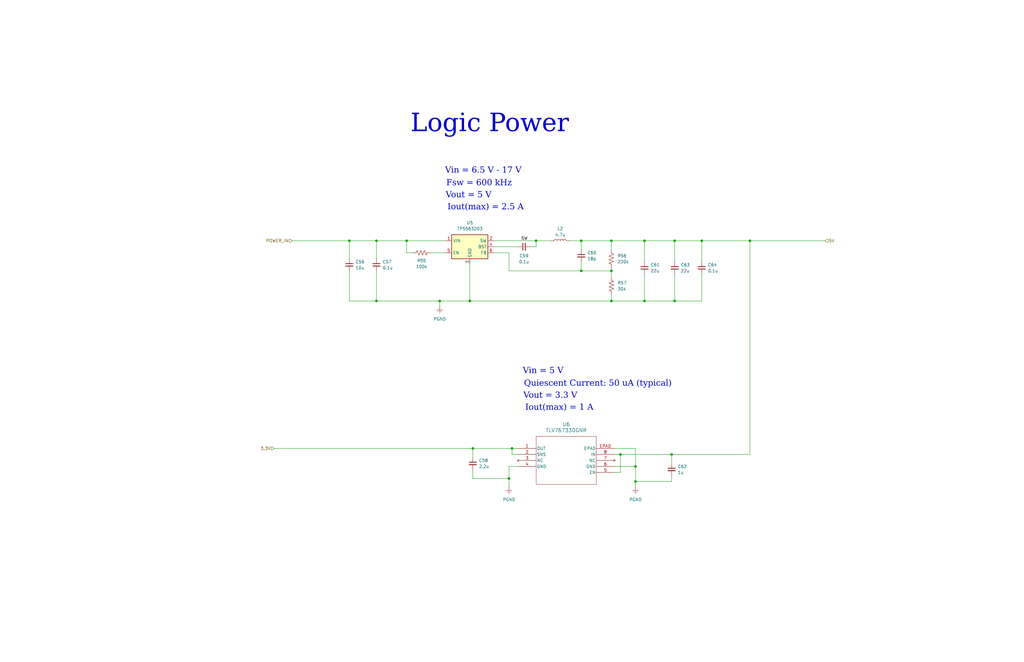
<source format=kicad_sch>
(kicad_sch (version 20231120) (generator "eeschema") (generator_version "8.0")
  (paper "B")
  (title_block (title "SCAN") (date "2025-01-30") (rev "v1.1") (company "Senior Design Group 35"))
  (lib_symbols
    (symbol "Device:C_Small" (pin_numbers hide) (pin_names (offset 0.254) hide)
      (property "Reference" "C" (at 0.254 1.778 0))
      (property "Value" "C_Small" (at 0.254 -2.032 0))
      (symbol "C_Small_0_1"
        (polyline (pts (xy -1.524 -0.508) (xy 1.524 -0.508)) (stroke (width 0.3302)))
        (polyline (pts (xy -1.524 0.508) (xy 1.524 0.508)) (stroke (width 0.3048)))
      )
      (symbol "C_Small_1_1"
        (pin passive line (at 0 2.54 270) (length 2.032) (name "~") (number "1"))
        (pin passive line (at 0 -2.54 90) (length 2.032) (name "~") (number "2"))
      )
    )
    (symbol "Device:L" (pin_numbers hide) (pin_names (offset 1.016) hide)
      (property "Reference" "L" (at -1.27 0 90))
      (property "Value" "L" (at 1.905 0 90))
      (symbol "L_0_1"
        (arc (start 0 -2.54) (mid 0.6323 -1.905) (end 0 -1.27))
        (arc (start 0 -1.27) (mid 0.6323 -0.635) (end 0 0))
        (arc (start 0 0) (mid 0.6323 0.635) (end 0 1.27))
        (arc (start 0 1.27) (mid 0.6323 1.905) (end 0 2.54))
      )
      (symbol "L_1_1"
        (pin passive line (at 0 3.81 270) (length 1.27) (name "1") (number "1"))
        (pin passive line (at 0 -3.81 90) (length 1.27) (name "2") (number "2"))
      )
    )
    (symbol "Device:R_US" (pin_numbers hide) (pin_names (offset 0))
      (property "Reference" "R" (at 2.54 0 90))
      (property "Value" "R_US" (at -2.54 0 90))
      (symbol "R_US_0_1"
        (polyline (pts (xy 0 -2.286) (xy 0 -2.54)))
        (polyline (pts (xy 0 2.286) (xy 0 2.54)))
        (polyline (pts (xy 0 -0.762) (xy 1.016 -1.143) (xy 0 -1.524) (xy -1.016 -1.905) (xy 0 -2.286)))
        (polyline (pts (xy 0 0.762) (xy 1.016 0.381) (xy 0 0) (xy -1.016 -0.381) (xy 0 -0.762)))
        (polyline (pts (xy 0 2.286) (xy 1.016 1.905) (xy 0 1.524) (xy -1.016 1.143) (xy 0 0.762)))
      )
      (symbol "R_US_1_1"
        (pin passive line (at 0 3.81 270) (length 1.27) (name "~") (number "1"))
        (pin passive line (at 0 -3.81 90) (length 1.27) (name "~") (number "2"))
      )
    )
    (symbol "Regulator_Switching:TPS563203"
      (property "Reference" "U" (at -7.62 6.35 0))
      (property "Value" "TPS563203" (at -2.54 6.35 0))
      (symbol "TPS563203_0_1"
        (rectangle (start -7.62 5.08) (end 7.62 -5.08) (stroke (width 0.254)) (fill (type background)))
      )
      (symbol "TPS563203_1_1"
        (pin power_in line (at -10.16 2.54 0) (length 2.54) (name "VIN") (number "1"))
        (pin output line (at 10.16 2.54 180) (length 2.54) (name "SW") (number "2"))
        (pin power_in line (at 0 -7.62 90) (length 2.54) (name "GND") (number "3"))
        (pin passive line (at 10.16 0 180) (length 2.54) (name "BST") (number "4"))
        (pin input line (at -10.16 -2.54 0) (length 2.54) (name "EN") (number "5"))
        (pin input line (at 10.16 -2.54 180) (length 2.54) (name "FB") (number "6"))
      )
    )
    (symbol "custom_symbols:TLV76733DGNR" (pin_names (offset 0.254))
      (property "Reference" "U" (at 20.32 10.16 0))
      (property "Value" "TLV76733DGNR" (at 20.32 7.62 0))
      (symbol "TLV76733DGNR_0_1"
        (polyline (pts (xy 7.62 -15.24) (xy 33.02 -15.24)) (stroke (width 0.127)))
        (polyline (pts (xy 7.62 5.08) (xy 7.62 -15.24)) (stroke (width 0.127)))
        (polyline (pts (xy 33.02 -15.24) (xy 33.02 5.08)) (stroke (width 0.127)))
        (polyline (pts (xy 33.02 5.08) (xy 7.62 5.08)) (stroke (width 0.127)))
        (pin output line (at 0 0 0) (length 7.62) (name "OUT") (number "1"))
        (pin input line (at 0 -2.54 0) (length 7.62) (name "SNS") (number "2"))
        (pin no_connect line (at 0 -5.08 0) (length 7.62) (name "NC") (number "3"))
        (pin power_out line (at 0 -7.62 0) (length 7.62) (name "GND") (number "4"))
        (pin input line (at 40.64 -10.16 180) (length 7.62) (name "EN") (number "5"))
        (pin power_out line (at 40.64 -7.62 180) (length 7.62) (name "GND") (number "6"))
        (pin no_connect line (at 40.64 -5.08 180) (length 7.62) (name "NC") (number "7"))
        (pin input line (at 40.64 -2.54 180) (length 7.62) (name "IN") (number "8"))
        (pin power_out line (at 40.64 0 180) (length 7.62) (name "EPAD") (number "EPAD"))
      )
    )
    (symbol "power:GNDREF" (power) (pin_numbers hide) (pin_names (offset 0) hide)
      (property "Value" "GNDREF" (at 0 -3.81 0))
      (symbol "GNDREF_0_1"
        (polyline (pts (xy -0.635 -1.905) (xy 0.635 -1.905)))
        (polyline (pts (xy -0.127 -2.54) (xy 0.127 -2.54)))
        (polyline (pts (xy 0 -1.27) (xy 0 0)))
        (polyline (pts (xy 1.27 -1.27) (xy -1.27 -1.27)))
      )
      (symbol "GNDREF_1_1"
        (pin power_in line (at 0 0 270) (length 0) (name "~") (number "1"))
      )
    )
  )
  (junction (at 199.39 189.23))
  (junction (at 147.32 101.6))
  (junction (at 267.97 203.2))
  (junction (at 257.81 101.6))
  (junction (at 271.78 127))
  (junction (at 257.81 114.3))
  (junction (at 271.78 101.6))
  (junction (at 261.62 191.77))
  (junction (at 267.97 196.85))
  (junction (at 295.91 101.6))
  (junction (at 158.75 101.6))
  (junction (at 257.81 127))
  (junction (at 245.11 114.3))
  (junction (at 245.11 101.6))
  (junction (at 316.23 101.6))
  (junction (at 171.45 101.6))
  (junction (at 185.42 127))
  (junction (at 284.48 127))
  (junction (at 158.75 127))
  (junction (at 284.48 101.6))
  (junction (at 283.21 191.77))
  (junction (at 226.06 101.6))
  (junction (at 214.63 201.93))
  (junction (at 198.12 127))
  (junction (at 215.9 189.23))
  (wire (pts (xy 198.12 111.76) (xy 198.12 127)))
  (wire (pts (xy 257.81 101.6) (xy 245.11 101.6)))
  (wire (pts (xy 158.75 114.3) (xy 158.75 127)))
  (wire (pts (xy 147.32 127) (xy 158.75 127)))
  (wire (pts (xy 115.57 189.23) (xy 199.39 189.23)))
  (wire (pts (xy 158.75 101.6) (xy 171.45 101.6)))
  (wire (pts (xy 295.91 101.6) (xy 316.23 101.6)))
  (wire (pts (xy 123.19 101.6) (xy 147.32 101.6)))
  (wire (pts (xy 245.11 101.6) (xy 240.03 101.6)))
  (wire (pts (xy 199.39 201.93) (xy 199.39 198.12)))
  (wire (pts (xy 271.78 101.6) (xy 284.48 101.6)))
  (wire (pts (xy 284.48 115.57) (xy 284.48 127)))
  (wire (pts (xy 283.21 191.77) (xy 316.23 191.77)))
  (wire (pts (xy 158.75 109.22) (xy 158.75 101.6)))
  (wire (pts (xy 259.08 196.85) (xy 267.97 196.85)))
  (wire (pts (xy 245.11 110.49) (xy 245.11 114.3)))
  (wire (pts (xy 295.91 101.6) (xy 295.91 110.49)))
  (wire (pts (xy 261.62 191.77) (xy 283.21 191.77)))
  (wire (pts (xy 257.81 105.41) (xy 257.81 101.6)))
  (wire (pts (xy 199.39 189.23) (xy 199.39 193.04)))
  (wire (pts (xy 208.28 106.68) (xy 214.63 106.68)))
  (wire (pts (xy 158.75 127) (xy 185.42 127)))
  (wire (pts (xy 271.78 110.49) (xy 271.78 101.6)))
  (wire (pts (xy 245.11 105.41) (xy 245.11 101.6)))
  (wire (pts (xy 284.48 101.6) (xy 295.91 101.6)))
  (wire (pts (xy 185.42 127) (xy 198.12 127)))
  (wire (pts (xy 257.81 113.03) (xy 257.81 114.3)))
  (wire (pts (xy 214.63 196.85) (xy 214.63 201.93)))
  (wire (pts (xy 295.91 115.57) (xy 295.91 127)))
  (wire (pts (xy 214.63 201.93) (xy 214.63 205.74)))
  (wire (pts (xy 267.97 203.2) (xy 267.97 205.74)))
  (wire (pts (xy 158.75 101.6) (xy 147.32 101.6)))
  (wire (pts (xy 147.32 114.3) (xy 147.32 127)))
  (wire (pts (xy 283.21 200.66) (xy 283.21 203.2)))
  (wire (pts (xy 223.52 104.14) (xy 226.06 104.14)))
  (wire (pts (xy 259.08 199.39) (xy 261.62 199.39)))
  (wire (pts (xy 181.61 106.68) (xy 187.96 106.68)))
  (wire (pts (xy 199.39 201.93) (xy 214.63 201.93)))
  (wire (pts (xy 173.99 106.68) (xy 171.45 106.68)))
  (wire (pts (xy 284.48 127) (xy 271.78 127)))
  (wire (pts (xy 245.11 114.3) (xy 257.81 114.3)))
  (wire (pts (xy 208.28 101.6) (xy 226.06 101.6)))
  (wire (pts (xy 214.63 196.85) (xy 218.44 196.85)))
  (wire (pts (xy 267.97 203.2) (xy 283.21 203.2)))
  (wire (pts (xy 284.48 110.49) (xy 284.48 101.6)))
  (wire (pts (xy 208.28 104.14) (xy 218.44 104.14)))
  (wire (pts (xy 271.78 127) (xy 257.81 127)))
  (wire (pts (xy 214.63 106.68) (xy 214.63 114.3)))
  (wire (pts (xy 257.81 114.3) (xy 257.81 116.84)))
  (wire (pts (xy 316.23 101.6) (xy 316.23 191.77)))
  (wire (pts (xy 171.45 101.6) (xy 187.96 101.6)))
  (wire (pts (xy 171.45 106.68) (xy 171.45 101.6)))
  (wire (pts (xy 259.08 191.77) (xy 261.62 191.77)))
  (wire (pts (xy 259.08 189.23) (xy 267.97 189.23)))
  (wire (pts (xy 218.44 191.77) (xy 215.9 191.77)))
  (wire (pts (xy 185.42 127) (xy 185.42 129.54)))
  (wire (pts (xy 267.97 196.85) (xy 267.97 203.2)))
  (wire (pts (xy 226.06 101.6) (xy 232.41 101.6)))
  (wire (pts (xy 199.39 189.23) (xy 215.9 189.23)))
  (wire (pts (xy 215.9 191.77) (xy 215.9 189.23)))
  (wire (pts (xy 283.21 191.77) (xy 283.21 195.58)))
  (wire (pts (xy 267.97 189.23) (xy 267.97 196.85)))
  (wire (pts (xy 147.32 101.6) (xy 147.32 109.22)))
  (wire (pts (xy 261.62 199.39) (xy 261.62 191.77)))
  (wire (pts (xy 198.12 127) (xy 257.81 127)))
  (wire (pts (xy 316.23 101.6) (xy 347.98 101.6)))
  (wire (pts (xy 226.06 104.14) (xy 226.06 101.6)))
  (wire (pts (xy 257.81 127) (xy 257.81 124.46)))
  (wire (pts (xy 215.9 189.23) (xy 218.44 189.23)))
  (wire (pts (xy 295.91 127) (xy 284.48 127)))
  (wire (pts (xy 271.78 115.57) (xy 271.78 127)))
  (wire (pts (xy 214.63 114.3) (xy 245.11 114.3)))
  (wire (pts (xy 271.78 101.6) (xy 257.81 101.6)))
  (text "Iout(max) = 2.5 A" (at 188.722 89.662 0) (effects (font (size 2.54 2.54) (thickness 0.3175)) (justify left bottom)))
  (text "Vin = 5 V" (at 220.472 158.75 0) (effects (font (size 2.54 2.54) (thickness 0.3175)) (justify left bottom)))
  (text "Vout = 3.3 V" (at 220.726 169.164 0) (effects (font (size 2.54 2.54) (thickness 0.3175)) (justify left bottom)))
  (text "Quiescent Current: 50 uA (typical)" (at 220.98 164.084 0) (effects (font (size 2.54 2.54) (thickness 0.3175)) (justify left bottom)))
  (text "Vin = 6.5 V - 17 V" (at 187.706 74.168 0) (effects (font (size 2.54 2.54) (thickness 0.3175)) (justify left bottom)))
  (text "Logic Power" (at 206.502 54.356 0) (effects (font (size 7.62 7.62) (thickness 0.9525))))
  (text "Fsw = 600 kHz" (at 188.214 79.502 0) (effects (font (size 2.54 2.54) (thickness 0.3175)) (justify left bottom)))
  (text "Vout = 5 V" (at 187.96 84.582 0) (effects (font (size 2.54 2.54) (thickness 0.3175)) (justify left bottom)))
  (text "Iout(max) = 1 A" (at 221.488 174.244 0) (effects (font (size 2.54 2.54) (thickness 0.3175)) (justify left bottom)))
  (label "SW" (at 219.71 101.6 0))
  (hierarchical_label "5V" (shape input) (at 347.98 101.6 0))
  (hierarchical_label "3.3V" (shape input) (at 115.57 189.23 180))
  (hierarchical_label "POWER_IN" (shape input) (at 123.19 101.6 180))
  (symbol (lib_id "Device:C_Small") (at 220.98 104.14 90) (unit 1)
    (property "Reference" "C59" (at 220.98 107.95 90))
    (property "Value" "0.1u" (at 220.98 110.49 90))
    (property "Footprint" "Capacitor_SMD:C_0603_1608Metric" (effects (hide yes)))
    (property "Description" "Unpolarized capacitor, small symbol" (effects (hide yes)))
  )
  (symbol (lib_id "power:GNDREF") (at 185.42 129.54 0) (unit 1)
    (property "Reference" "#PWR071" (effects (hide yes)))
    (property "Value" "PGND" (at 185.42 134.62 0))
    (property "Description" "Power symbol creates a global label with name \"GNDREF\" , reference supply ground" (effects (hide yes)))
  )
  (symbol (lib_id "Device:R_US") (at 257.81 109.22 0) (unit 1)
    (property "Reference" "R56" (at 260.35 107.9499 0) (effects (justify left)))
    (property "Value" "220k" (at 260.35 110.4899 0) (effects (justify left)))
    (property "Footprint" "Resistor_SMD:R_0603_1608Metric" (effects (hide yes)))
    (property "Description" "Resistor, US symbol" (effects (hide yes)))
  )
  (symbol (lib_id "Device:R_US") (at 257.81 120.65 0) (unit 1)
    (property "Reference" "R57" (at 260.35 119.3799 0) (effects (justify left)))
    (property "Value" "30k" (at 260.35 121.9199 0) (effects (justify left)))
    (property "Footprint" "Resistor_SMD:R_0603_1608Metric" (effects (hide yes)))
    (property "Description" "Resistor, US symbol" (effects (hide yes)))
  )
  (symbol (lib_id "Device:C_Small") (at 245.11 107.95 0) (unit 1)
    (property "Reference" "C60" (at 247.65 106.6862 0) (effects (justify left)))
    (property "Value" "18p" (at 247.65 109.2262 0) (effects (justify left)))
    (property "Footprint" "Capacitor_SMD:C_0201_0603Metric" (effects (hide yes)))
    (property "Description" "Unpolarized capacitor, small symbol" (effects (hide yes)))
  )
  (symbol (lib_id "Device:C_Small") (at 147.32 111.76 0) (unit 1)
    (property "Reference" "C56" (at 149.86 110.4962 0) (effects (justify left)))
    (property "Value" "10u" (at 149.86 113.0362 0) (effects (justify left)))
    (property "Footprint" "Capacitor_SMD:C_0805_2012Metric" (effects (hide yes)))
    (property "Description" "Unpolarized capacitor, small symbol" (effects (hide yes)))
  )
  (symbol (lib_id "Device:C_Small") (at 199.39 195.58 0) (unit 1)
    (property "Reference" "C58" (at 201.93 194.3162 0) (effects (justify left)))
    (property "Value" "2.2u" (at 201.93 196.8562 0) (effects (justify left)))
    (property "Footprint" "Capacitor_SMD:C_0805_2012Metric" (effects (hide yes)))
    (property "Description" "Unpolarized capacitor, small symbol" (effects (hide yes)))
  )
  (symbol (lib_id "power:GNDREF") (at 214.63 205.74 0) (unit 1)
    (property "Reference" "#PWR072" (effects (hide yes)))
    (property "Value" "PGND" (at 214.63 210.82 0))
    (property "Description" "Power symbol creates a global label with name \"GNDREF\" , reference supply ground" (effects (hide yes)))
  )
  (symbol (lib_id "Device:C_Small") (at 295.91 113.03 0) (unit 1)
    (property "Reference" "C64" (at 298.45 111.7662 0) (effects (justify left)))
    (property "Value" "0.1u" (at 298.45 114.3062 0) (effects (justify left)))
    (property "Footprint" "Capacitor_SMD:C_0603_1608Metric" (effects (hide yes)))
    (property "Description" "Unpolarized capacitor, small symbol" (effects (hide yes)))
  )
  (symbol (lib_id "Device:C_Small") (at 158.75 111.76 0) (unit 1)
    (property "Reference" "C57" (at 161.29 110.4962 0) (effects (justify left)))
    (property "Value" "0.1u" (at 161.29 113.0362 0) (effects (justify left)))
    (property "Footprint" "Capacitor_SMD:C_0603_1608Metric" (effects (hide yes)))
    (property "Description" "Unpolarized capacitor, small symbol" (effects (hide yes)))
  )
  (symbol (lib_id "Regulator_Switching:TPS563203") (at 198.12 104.14 0) (unit 1)
    (property "Reference" "U5" (at 198.12 93.98 0))
    (property "Value" "TPS563203" (at 198.12 96.52 0))
    (property "Footprint" "Package_TO_SOT_SMD:SOT-563" (effects (hide yes)))
    (property "Datasheet" "https://www.ti.com/lit/ds/symlink/tps563203.pdf" (effects (hide yes)))
    (property "Description" "3A Synchronous Step-Down Voltage Regulator, Adjustable Output Voltage, 4.2-17V Input Voltage, 0.6-7V Output Voltage, Eco mode, SOT-563" (effects (hide yes)))
  )
  (symbol (lib_id "custom_symbols:TLV76733DGNR") (at 218.44 189.23 0) (unit 1)
    (property "Reference" "U6" (at 238.76 179.07 0) (effects (font (size 1.524 1.524))))
    (property "Value" "TLV76733DGNR" (at 238.76 181.61 0) (effects (font (size 1.524 1.524))))
    (property "Footprint" "SCAN_footprints:VSSOP8_DGN_TEX" (effects (hide yes)))
    (property "Datasheet" "TLV76733DGNR" (effects (hide yes)))
  )
  (symbol (lib_id "Device:C_Small") (at 284.48 113.03 0) (unit 1)
    (property "Reference" "C63" (at 287.02 111.7662 0) (effects (justify left)))
    (property "Value" "22u" (at 287.02 114.3062 0) (effects (justify left)))
    (property "Footprint" "Capacitor_SMD:C_0805_2012Metric" (effects (hide yes)))
    (property "Description" "Unpolarized capacitor, small symbol" (effects (hide yes)))
  )
  (symbol (lib_id "power:GNDREF") (at 267.97 205.74 0) (unit 1)
    (property "Reference" "#PWR073" (effects (hide yes)))
    (property "Value" "PGND" (at 267.97 210.82 0))
    (property "Description" "Power symbol creates a global label with name \"GNDREF\" , reference supply ground" (effects (hide yes)))
  )
  (symbol (lib_id "Device:C_Small") (at 271.78 113.03 0) (unit 1)
    (property "Reference" "C61" (at 274.32 111.7662 0) (effects (justify left)))
    (property "Value" "22u" (at 274.32 114.3062 0) (effects (justify left)))
    (property "Footprint" "Capacitor_SMD:C_0805_2012Metric" (effects (hide yes)))
    (property "Description" "Unpolarized capacitor, small symbol" (effects (hide yes)))
  )
  (symbol (lib_id "Device:R_US") (at 177.8 106.68 90) (unit 1)
    (property "Reference" "R55" (at 177.8 109.982 90))
    (property "Value" "100k" (at 177.8 112.522 90))
    (property "Footprint" "Resistor_SMD:R_0402_1005Metric" (effects (hide yes)))
    (property "Description" "Resistor, US symbol" (effects (hide yes)))
  )
  (symbol (lib_id "Device:L") (at 236.22 101.6 90) (unit 1)
    (property "Reference" "L2" (at 236.22 96.52 90))
    (property "Value" "4.7u" (at 236.22 99.06 90))
    (property "Footprint" "SCAN_footprints:WE-LHMI_7030_705048" (effects (hide yes)))
    (property "Description" "Inductor" (effects (hide yes)))
  )
  (symbol (lib_id "Device:C_Small") (at 283.21 198.12 0) (unit 1)
    (property "Reference" "C62" (at 285.75 196.8562 0) (effects (justify left)))
    (property "Value" "1u" (at 285.75 199.3962 0) (effects (justify left)))
    (property "Footprint" "Capacitor_SMD:C_0805_2012Metric" (effects (hide yes)))
    (property "Description" "Unpolarized capacitor, small symbol" (effects (hide yes)))
  )
)
</source>
